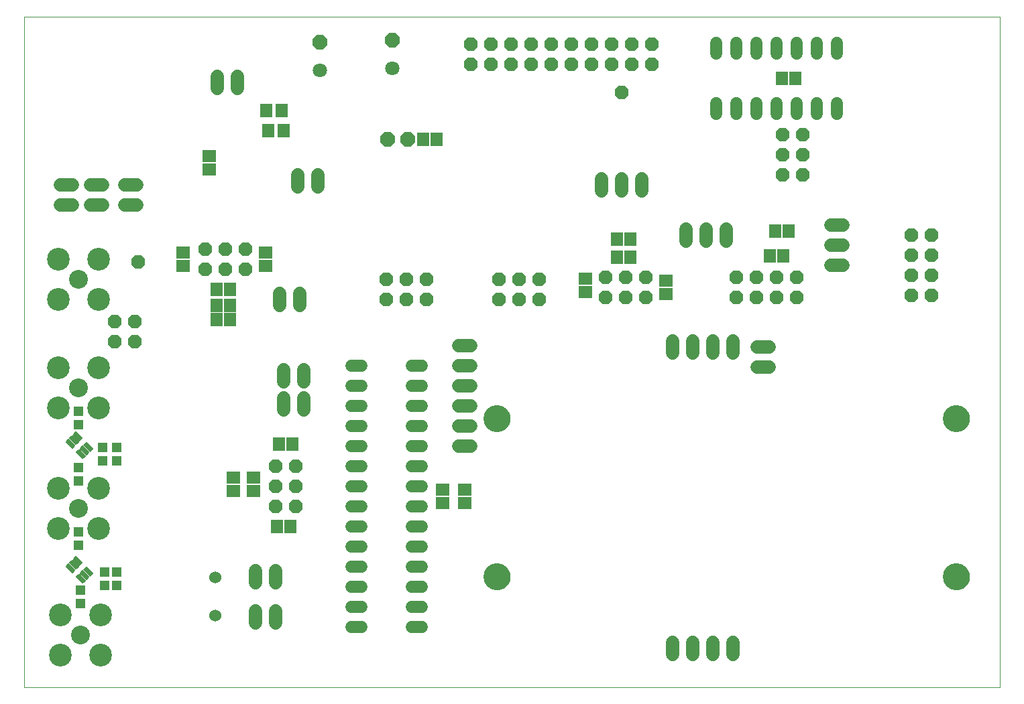
<source format=gbr>
G75*
%MOIN*%
%OFA0B0*%
%FSLAX24Y24*%
%IPPOS*%
%LPD*%
%AMOC8*
5,1,8,0,0,1.08239X$1,22.5*
%
%ADD10C,0.0000*%
%ADD11C,0.0600*%
%ADD12R,0.0671X0.0592*%
%ADD13R,0.0592X0.0671*%
%ADD14OC8,0.0680*%
%ADD15C,0.0600*%
%ADD16C,0.0680*%
%ADD17C,0.1340*%
%ADD18C,0.0674*%
%ADD19R,0.0592X0.0710*%
%ADD20R,0.0493X0.0237*%
%ADD21C,0.0119*%
%ADD22C,0.0935*%
%ADD23C,0.1130*%
%ADD24R,0.0474X0.0513*%
%ADD25OC8,0.0710*%
%ADD26C,0.0710*%
%ADD27OC8,0.0740*%
D10*
X000650Y000650D02*
X000650Y034020D01*
X049142Y034020D01*
X049142Y000650D01*
X000650Y000650D01*
X023520Y006150D02*
X023522Y006200D01*
X023528Y006250D01*
X023538Y006299D01*
X023552Y006347D01*
X023569Y006394D01*
X023590Y006439D01*
X023615Y006483D01*
X023643Y006524D01*
X023675Y006563D01*
X023709Y006600D01*
X023746Y006634D01*
X023786Y006664D01*
X023828Y006691D01*
X023872Y006715D01*
X023918Y006736D01*
X023965Y006752D01*
X024013Y006765D01*
X024063Y006774D01*
X024112Y006779D01*
X024163Y006780D01*
X024213Y006777D01*
X024262Y006770D01*
X024311Y006759D01*
X024359Y006744D01*
X024405Y006726D01*
X024450Y006704D01*
X024493Y006678D01*
X024534Y006649D01*
X024573Y006617D01*
X024609Y006582D01*
X024641Y006544D01*
X024671Y006504D01*
X024698Y006461D01*
X024721Y006417D01*
X024740Y006371D01*
X024756Y006323D01*
X024768Y006274D01*
X024776Y006225D01*
X024780Y006175D01*
X024780Y006125D01*
X024776Y006075D01*
X024768Y006026D01*
X024756Y005977D01*
X024740Y005929D01*
X024721Y005883D01*
X024698Y005839D01*
X024671Y005796D01*
X024641Y005756D01*
X024609Y005718D01*
X024573Y005683D01*
X024534Y005651D01*
X024493Y005622D01*
X024450Y005596D01*
X024405Y005574D01*
X024359Y005556D01*
X024311Y005541D01*
X024262Y005530D01*
X024213Y005523D01*
X024163Y005520D01*
X024112Y005521D01*
X024063Y005526D01*
X024013Y005535D01*
X023965Y005548D01*
X023918Y005564D01*
X023872Y005585D01*
X023828Y005609D01*
X023786Y005636D01*
X023746Y005666D01*
X023709Y005700D01*
X023675Y005737D01*
X023643Y005776D01*
X023615Y005817D01*
X023590Y005861D01*
X023569Y005906D01*
X023552Y005953D01*
X023538Y006001D01*
X023528Y006050D01*
X023522Y006100D01*
X023520Y006150D01*
X023520Y014024D02*
X023522Y014074D01*
X023528Y014124D01*
X023538Y014173D01*
X023552Y014221D01*
X023569Y014268D01*
X023590Y014313D01*
X023615Y014357D01*
X023643Y014398D01*
X023675Y014437D01*
X023709Y014474D01*
X023746Y014508D01*
X023786Y014538D01*
X023828Y014565D01*
X023872Y014589D01*
X023918Y014610D01*
X023965Y014626D01*
X024013Y014639D01*
X024063Y014648D01*
X024112Y014653D01*
X024163Y014654D01*
X024213Y014651D01*
X024262Y014644D01*
X024311Y014633D01*
X024359Y014618D01*
X024405Y014600D01*
X024450Y014578D01*
X024493Y014552D01*
X024534Y014523D01*
X024573Y014491D01*
X024609Y014456D01*
X024641Y014418D01*
X024671Y014378D01*
X024698Y014335D01*
X024721Y014291D01*
X024740Y014245D01*
X024756Y014197D01*
X024768Y014148D01*
X024776Y014099D01*
X024780Y014049D01*
X024780Y013999D01*
X024776Y013949D01*
X024768Y013900D01*
X024756Y013851D01*
X024740Y013803D01*
X024721Y013757D01*
X024698Y013713D01*
X024671Y013670D01*
X024641Y013630D01*
X024609Y013592D01*
X024573Y013557D01*
X024534Y013525D01*
X024493Y013496D01*
X024450Y013470D01*
X024405Y013448D01*
X024359Y013430D01*
X024311Y013415D01*
X024262Y013404D01*
X024213Y013397D01*
X024163Y013394D01*
X024112Y013395D01*
X024063Y013400D01*
X024013Y013409D01*
X023965Y013422D01*
X023918Y013438D01*
X023872Y013459D01*
X023828Y013483D01*
X023786Y013510D01*
X023746Y013540D01*
X023709Y013574D01*
X023675Y013611D01*
X023643Y013650D01*
X023615Y013691D01*
X023590Y013735D01*
X023569Y013780D01*
X023552Y013827D01*
X023538Y013875D01*
X023528Y013924D01*
X023522Y013974D01*
X023520Y014024D01*
X046355Y014024D02*
X046357Y014074D01*
X046363Y014124D01*
X046373Y014173D01*
X046387Y014221D01*
X046404Y014268D01*
X046425Y014313D01*
X046450Y014357D01*
X046478Y014398D01*
X046510Y014437D01*
X046544Y014474D01*
X046581Y014508D01*
X046621Y014538D01*
X046663Y014565D01*
X046707Y014589D01*
X046753Y014610D01*
X046800Y014626D01*
X046848Y014639D01*
X046898Y014648D01*
X046947Y014653D01*
X046998Y014654D01*
X047048Y014651D01*
X047097Y014644D01*
X047146Y014633D01*
X047194Y014618D01*
X047240Y014600D01*
X047285Y014578D01*
X047328Y014552D01*
X047369Y014523D01*
X047408Y014491D01*
X047444Y014456D01*
X047476Y014418D01*
X047506Y014378D01*
X047533Y014335D01*
X047556Y014291D01*
X047575Y014245D01*
X047591Y014197D01*
X047603Y014148D01*
X047611Y014099D01*
X047615Y014049D01*
X047615Y013999D01*
X047611Y013949D01*
X047603Y013900D01*
X047591Y013851D01*
X047575Y013803D01*
X047556Y013757D01*
X047533Y013713D01*
X047506Y013670D01*
X047476Y013630D01*
X047444Y013592D01*
X047408Y013557D01*
X047369Y013525D01*
X047328Y013496D01*
X047285Y013470D01*
X047240Y013448D01*
X047194Y013430D01*
X047146Y013415D01*
X047097Y013404D01*
X047048Y013397D01*
X046998Y013394D01*
X046947Y013395D01*
X046898Y013400D01*
X046848Y013409D01*
X046800Y013422D01*
X046753Y013438D01*
X046707Y013459D01*
X046663Y013483D01*
X046621Y013510D01*
X046581Y013540D01*
X046544Y013574D01*
X046510Y013611D01*
X046478Y013650D01*
X046450Y013691D01*
X046425Y013735D01*
X046404Y013780D01*
X046387Y013827D01*
X046373Y013875D01*
X046363Y013924D01*
X046357Y013974D01*
X046355Y014024D01*
X046355Y006150D02*
X046357Y006200D01*
X046363Y006250D01*
X046373Y006299D01*
X046387Y006347D01*
X046404Y006394D01*
X046425Y006439D01*
X046450Y006483D01*
X046478Y006524D01*
X046510Y006563D01*
X046544Y006600D01*
X046581Y006634D01*
X046621Y006664D01*
X046663Y006691D01*
X046707Y006715D01*
X046753Y006736D01*
X046800Y006752D01*
X046848Y006765D01*
X046898Y006774D01*
X046947Y006779D01*
X046998Y006780D01*
X047048Y006777D01*
X047097Y006770D01*
X047146Y006759D01*
X047194Y006744D01*
X047240Y006726D01*
X047285Y006704D01*
X047328Y006678D01*
X047369Y006649D01*
X047408Y006617D01*
X047444Y006582D01*
X047476Y006544D01*
X047506Y006504D01*
X047533Y006461D01*
X047556Y006417D01*
X047575Y006371D01*
X047591Y006323D01*
X047603Y006274D01*
X047611Y006225D01*
X047615Y006175D01*
X047615Y006125D01*
X047611Y006075D01*
X047603Y006026D01*
X047591Y005977D01*
X047575Y005929D01*
X047556Y005883D01*
X047533Y005839D01*
X047506Y005796D01*
X047476Y005756D01*
X047444Y005718D01*
X047408Y005683D01*
X047369Y005651D01*
X047328Y005622D01*
X047285Y005596D01*
X047240Y005574D01*
X047194Y005556D01*
X047146Y005541D01*
X047097Y005530D01*
X047048Y005523D01*
X046998Y005520D01*
X046947Y005521D01*
X046898Y005526D01*
X046848Y005535D01*
X046800Y005548D01*
X046753Y005564D01*
X046707Y005585D01*
X046663Y005609D01*
X046621Y005636D01*
X046581Y005666D01*
X046544Y005700D01*
X046510Y005737D01*
X046478Y005776D01*
X046450Y005817D01*
X046425Y005861D01*
X046404Y005906D01*
X046387Y005953D01*
X046373Y006001D01*
X046363Y006050D01*
X046357Y006100D01*
X046355Y006150D01*
D11*
X020410Y005650D02*
X019890Y005650D01*
X019890Y004650D02*
X020410Y004650D01*
X020410Y003650D02*
X019890Y003650D01*
X017410Y003650D02*
X016890Y003650D01*
X016890Y004650D02*
X017410Y004650D01*
X017410Y005650D02*
X016890Y005650D01*
X016890Y006650D02*
X017410Y006650D01*
X017410Y007650D02*
X016890Y007650D01*
X016890Y008650D02*
X017410Y008650D01*
X017410Y009650D02*
X016890Y009650D01*
X016890Y010650D02*
X017410Y010650D01*
X017410Y011650D02*
X016890Y011650D01*
X016890Y012650D02*
X017410Y012650D01*
X017410Y013650D02*
X016890Y013650D01*
X016890Y014650D02*
X017410Y014650D01*
X017410Y015650D02*
X016890Y015650D01*
X016890Y016650D02*
X017410Y016650D01*
X019890Y016650D02*
X020410Y016650D01*
X020410Y015650D02*
X019890Y015650D01*
X019890Y014650D02*
X020410Y014650D01*
X020410Y013650D02*
X019890Y013650D01*
X019890Y012650D02*
X020410Y012650D01*
X020410Y011650D02*
X019890Y011650D01*
X019890Y010650D02*
X020410Y010650D01*
X020410Y009650D02*
X019890Y009650D01*
X019890Y008650D02*
X020410Y008650D01*
X020410Y007650D02*
X019890Y007650D01*
X019890Y006650D02*
X020410Y006650D01*
X035050Y029190D02*
X035050Y029710D01*
X036050Y029710D02*
X036050Y029190D01*
X037050Y029190D02*
X037050Y029710D01*
X038050Y029710D02*
X038050Y029190D01*
X039050Y029190D02*
X039050Y029710D01*
X040050Y029710D02*
X040050Y029190D01*
X041050Y029190D02*
X041050Y029710D01*
X041050Y032190D02*
X041050Y032710D01*
X040050Y032710D02*
X040050Y032190D01*
X039050Y032190D02*
X039050Y032710D01*
X038050Y032710D02*
X038050Y032190D01*
X037050Y032190D02*
X037050Y032710D01*
X036050Y032710D02*
X036050Y032190D01*
X035050Y032190D02*
X035050Y032710D01*
D12*
X032550Y020885D03*
X032550Y020215D03*
X028550Y020315D03*
X028550Y020985D03*
X012650Y021615D03*
X012650Y022285D03*
X008550Y022285D03*
X008550Y021615D03*
X009850Y026415D03*
X009850Y027085D03*
X011050Y011085D03*
X011050Y010415D03*
X012050Y010415D03*
X012050Y011085D03*
X021450Y010485D03*
X021450Y009815D03*
X022550Y009815D03*
X022550Y010485D03*
D13*
X013885Y008650D03*
X013215Y008650D03*
X013315Y012750D03*
X013985Y012750D03*
X010885Y018950D03*
X010215Y018950D03*
X010215Y019650D03*
X010885Y019650D03*
X010885Y020450D03*
X010215Y020450D03*
X020465Y027900D03*
X021135Y027900D03*
X030115Y022950D03*
X030785Y022950D03*
X030785Y022050D03*
X030115Y022050D03*
X037715Y022100D03*
X038385Y022100D03*
X038635Y023350D03*
X037965Y023350D03*
X038315Y030950D03*
X038985Y030950D03*
D14*
X039350Y028150D03*
X038350Y028150D03*
X038350Y027150D03*
X039350Y027150D03*
X039350Y026150D03*
X038350Y026150D03*
X044750Y023150D03*
X045750Y023150D03*
X045750Y022150D03*
X044750Y022150D03*
X044750Y021150D03*
X045750Y021150D03*
X045750Y020150D03*
X044750Y020150D03*
X039050Y020050D03*
X038050Y020050D03*
X037050Y020050D03*
X036050Y020050D03*
X036050Y021050D03*
X037050Y021050D03*
X038050Y021050D03*
X039050Y021050D03*
X031550Y021050D03*
X030550Y021050D03*
X029550Y021050D03*
X029550Y020050D03*
X030550Y020050D03*
X031550Y020050D03*
X026250Y019950D03*
X025250Y019950D03*
X024250Y019950D03*
X024250Y020950D03*
X025250Y020950D03*
X026250Y020950D03*
X020650Y020950D03*
X019650Y020950D03*
X018650Y020950D03*
X018650Y019950D03*
X019650Y019950D03*
X020650Y019950D03*
X011650Y021450D03*
X010650Y021450D03*
X009650Y021450D03*
X009650Y022450D03*
X010650Y022450D03*
X011650Y022450D03*
X006300Y021800D03*
X006150Y018850D03*
X005150Y018850D03*
X005150Y017850D03*
X006150Y017850D03*
X013150Y011650D03*
X014150Y011650D03*
X014150Y010650D03*
X013150Y010650D03*
X013150Y009650D03*
X014150Y009650D03*
X030350Y030250D03*
X029850Y031650D03*
X028850Y031650D03*
X027850Y031650D03*
X026850Y031650D03*
X025850Y031650D03*
X024850Y031650D03*
X023850Y031650D03*
X022850Y031650D03*
X022850Y032650D03*
X023850Y032650D03*
X024850Y032650D03*
X025850Y032650D03*
X026850Y032650D03*
X027850Y032650D03*
X028850Y032650D03*
X029850Y032650D03*
X030850Y032650D03*
X031850Y032650D03*
X031850Y031650D03*
X030850Y031650D03*
D15*
X010150Y006100D03*
X010150Y004200D03*
D16*
X012150Y004450D02*
X012150Y003850D01*
X013150Y003850D02*
X013150Y004450D01*
X013150Y005850D02*
X013150Y006450D01*
X012150Y006450D02*
X012150Y005850D01*
X022250Y012650D02*
X022850Y012650D01*
X022850Y013650D02*
X022250Y013650D01*
X022250Y014650D02*
X022850Y014650D01*
X022850Y015650D02*
X022250Y015650D01*
X022250Y016650D02*
X022850Y016650D01*
X022850Y017650D02*
X022250Y017650D01*
X014550Y016450D02*
X014550Y015850D01*
X013550Y015850D02*
X013550Y016450D01*
X013550Y015050D02*
X013550Y014450D01*
X014550Y014450D02*
X014550Y015050D01*
X014350Y019650D02*
X014350Y020250D01*
X013350Y020250D02*
X013350Y019650D01*
X006250Y024650D02*
X005650Y024650D01*
X004550Y024650D02*
X003950Y024650D01*
X003050Y024650D02*
X002450Y024650D01*
X002450Y025650D02*
X003050Y025650D01*
X003950Y025650D02*
X004550Y025650D01*
X005650Y025650D02*
X006250Y025650D01*
X010250Y030450D02*
X010250Y031050D01*
X011250Y031050D02*
X011250Y030450D01*
X014250Y026150D02*
X014250Y025550D01*
X015250Y025550D02*
X015250Y026150D01*
X029350Y025950D02*
X029350Y025350D01*
X030350Y025350D02*
X030350Y025950D01*
X031350Y025950D02*
X031350Y025350D01*
X033550Y023450D02*
X033550Y022850D01*
X034550Y022850D02*
X034550Y023450D01*
X035550Y023450D02*
X035550Y022850D01*
X040750Y022650D02*
X041350Y022650D01*
X041350Y021650D02*
X040750Y021650D01*
X040750Y023650D02*
X041350Y023650D01*
D17*
X046985Y014024D03*
X046985Y006150D03*
X024150Y006150D03*
X024150Y014024D03*
D18*
X032859Y017290D02*
X032859Y017884D01*
X033859Y017884D02*
X033859Y017290D01*
X034859Y017290D02*
X034859Y017884D01*
X035859Y017884D02*
X035859Y017290D01*
X037062Y017587D02*
X037656Y017587D01*
X037656Y016587D02*
X037062Y016587D01*
X035859Y002884D02*
X035859Y002290D01*
X034859Y002290D02*
X034859Y002884D01*
X033859Y002884D02*
X033859Y002290D01*
X032859Y002290D02*
X032859Y002884D01*
D19*
X013524Y028350D03*
X012776Y028350D03*
X012676Y029350D03*
X013424Y029350D03*
D20*
G36*
X003722Y012869D02*
X004069Y012522D01*
X003902Y012355D01*
X003555Y012702D01*
X003722Y012869D01*
G37*
G36*
X003722Y006669D02*
X004069Y006322D01*
X003902Y006155D01*
X003555Y006502D01*
X003722Y006669D01*
G37*
D21*
X003541Y006404D02*
X003804Y006141D01*
X003721Y006058D01*
X003458Y006321D01*
X003541Y006404D01*
X003603Y006176D02*
X003769Y006176D01*
X003651Y006294D02*
X003485Y006294D01*
X003360Y006223D02*
X003623Y005960D01*
X003540Y005877D01*
X003277Y006140D01*
X003360Y006223D01*
X003422Y005995D02*
X003588Y005995D01*
X003470Y006113D02*
X003304Y006113D01*
X003108Y006475D02*
X002845Y006738D01*
X003108Y006475D02*
X003025Y006392D01*
X002762Y006655D01*
X002845Y006738D01*
X002907Y006510D02*
X003073Y006510D01*
X002955Y006628D02*
X002789Y006628D01*
X003026Y006919D02*
X003289Y006656D01*
X003206Y006573D01*
X002943Y006836D01*
X003026Y006919D01*
X003088Y006691D02*
X003254Y006691D01*
X003136Y006809D02*
X002970Y006809D01*
X003207Y007100D02*
X003470Y006837D01*
X003387Y006754D01*
X003124Y007017D01*
X003207Y007100D01*
X003269Y006872D02*
X003435Y006872D01*
X003317Y006990D02*
X003151Y006990D01*
X003623Y012160D02*
X003360Y012423D01*
X003623Y012160D02*
X003540Y012077D01*
X003277Y012340D01*
X003360Y012423D01*
X003422Y012195D02*
X003588Y012195D01*
X003470Y012313D02*
X003304Y012313D01*
X003541Y012604D02*
X003804Y012341D01*
X003721Y012258D01*
X003458Y012521D01*
X003541Y012604D01*
X003603Y012376D02*
X003769Y012376D01*
X003651Y012494D02*
X003485Y012494D01*
X003289Y012856D02*
X003026Y013119D01*
X003289Y012856D02*
X003206Y012773D01*
X002943Y013036D01*
X003026Y013119D01*
X003088Y012891D02*
X003254Y012891D01*
X003136Y013009D02*
X002970Y013009D01*
X002845Y012938D02*
X003108Y012675D01*
X003025Y012592D01*
X002762Y012855D01*
X002845Y012938D01*
X002907Y012710D02*
X003073Y012710D01*
X002955Y012828D02*
X002789Y012828D01*
X003207Y013300D02*
X003470Y013037D01*
X003387Y012954D01*
X003124Y013217D01*
X003207Y013300D01*
X003269Y013072D02*
X003435Y013072D01*
X003317Y013190D02*
X003151Y013190D01*
D22*
X003350Y015550D03*
X003350Y020950D03*
X003350Y009550D03*
X003450Y003250D03*
D23*
X002446Y002246D03*
X004454Y002246D03*
X004454Y004254D03*
X002446Y004254D03*
X002346Y008546D03*
X004354Y008546D03*
X004354Y010554D03*
X002346Y010554D03*
X002346Y014546D03*
X004354Y014546D03*
X004354Y016554D03*
X002346Y016554D03*
X002346Y019946D03*
X004354Y019946D03*
X004354Y021954D03*
X002346Y021954D03*
D24*
X003350Y014385D03*
X003350Y013715D03*
X004550Y012585D03*
X005250Y012585D03*
X005250Y011915D03*
X004550Y011915D03*
X003350Y011585D03*
X003350Y010915D03*
X003350Y008385D03*
X003350Y007715D03*
X004650Y006385D03*
X005250Y006385D03*
X005250Y005715D03*
X004650Y005715D03*
X003450Y005485D03*
X003450Y004815D03*
D25*
X015350Y032750D03*
X018950Y032850D03*
D26*
X018950Y031450D03*
X015350Y031350D03*
D27*
X018700Y027900D03*
X019700Y027900D03*
M02*

</source>
